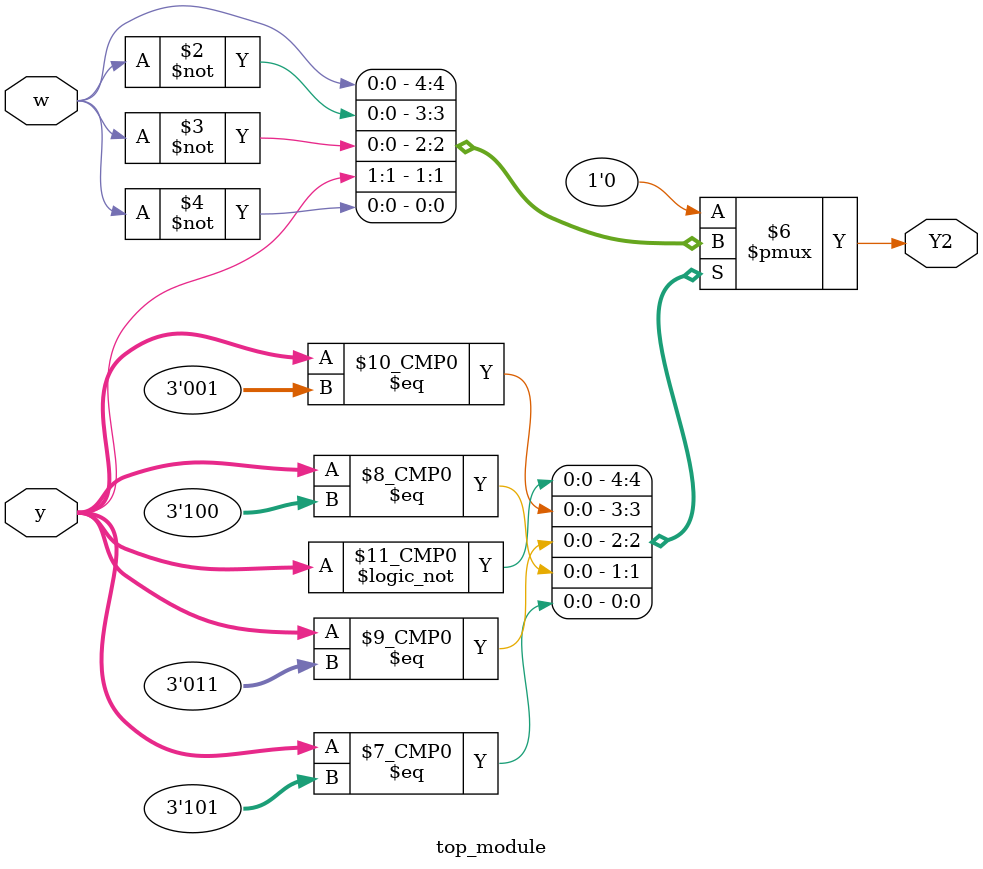
<source format=sv>
module top_module(
    input [3:1] y,
    input w,
    output reg Y2
);

always @(*) begin
    case (y)
        3'b000: Y2 = w;
        3'b001: Y2 = ~w;
        3'b010: Y2 = 1'b0;
        3'b011: Y2 = ~w;
        3'b100: Y2 = y[1];
        3'b101: Y2 = ~w;
        default: Y2 = 1'b0;
    endcase
end

endmodule

</source>
